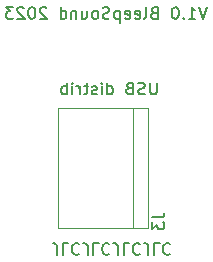
<source format=gbo>
G04 #@! TF.GenerationSoftware,KiCad,Pcbnew,7.0.7-7.0.7~ubuntu22.04.1*
G04 #@! TF.CreationDate,2023-10-15T17:29:46+01:00*
G04 #@! TF.ProjectId,USB_distri,5553425f-6469-4737-9472-692e6b696361,rev?*
G04 #@! TF.SameCoordinates,Original*
G04 #@! TF.FileFunction,Legend,Bot*
G04 #@! TF.FilePolarity,Positive*
%FSLAX46Y46*%
G04 Gerber Fmt 4.6, Leading zero omitted, Abs format (unit mm)*
G04 Created by KiCad (PCBNEW 7.0.7-7.0.7~ubuntu22.04.1) date 2023-10-15 17:29:46*
%MOMM*%
%LPD*%
G01*
G04 APERTURE LIST*
%ADD10C,0.150000*%
%ADD11C,0.120000*%
%ADD12C,3.200000*%
%ADD13R,1.500000X1.500000*%
%ADD14C,1.500000*%
%ADD15C,3.450000*%
%ADD16R,3.000000X3.000000*%
%ADD17C,3.000000*%
G04 APERTURE END LIST*
D10*
X150323809Y-66154819D02*
X150323809Y-66964342D01*
X150323809Y-66964342D02*
X150276190Y-67059580D01*
X150276190Y-67059580D02*
X150228571Y-67107200D01*
X150228571Y-67107200D02*
X150133333Y-67154819D01*
X150133333Y-67154819D02*
X149942857Y-67154819D01*
X149942857Y-67154819D02*
X149847619Y-67107200D01*
X149847619Y-67107200D02*
X149800000Y-67059580D01*
X149800000Y-67059580D02*
X149752381Y-66964342D01*
X149752381Y-66964342D02*
X149752381Y-66154819D01*
X149323809Y-67107200D02*
X149180952Y-67154819D01*
X149180952Y-67154819D02*
X148942857Y-67154819D01*
X148942857Y-67154819D02*
X148847619Y-67107200D01*
X148847619Y-67107200D02*
X148800000Y-67059580D01*
X148800000Y-67059580D02*
X148752381Y-66964342D01*
X148752381Y-66964342D02*
X148752381Y-66869104D01*
X148752381Y-66869104D02*
X148800000Y-66773866D01*
X148800000Y-66773866D02*
X148847619Y-66726247D01*
X148847619Y-66726247D02*
X148942857Y-66678628D01*
X148942857Y-66678628D02*
X149133333Y-66631009D01*
X149133333Y-66631009D02*
X149228571Y-66583390D01*
X149228571Y-66583390D02*
X149276190Y-66535771D01*
X149276190Y-66535771D02*
X149323809Y-66440533D01*
X149323809Y-66440533D02*
X149323809Y-66345295D01*
X149323809Y-66345295D02*
X149276190Y-66250057D01*
X149276190Y-66250057D02*
X149228571Y-66202438D01*
X149228571Y-66202438D02*
X149133333Y-66154819D01*
X149133333Y-66154819D02*
X148895238Y-66154819D01*
X148895238Y-66154819D02*
X148752381Y-66202438D01*
X147990476Y-66631009D02*
X147847619Y-66678628D01*
X147847619Y-66678628D02*
X147800000Y-66726247D01*
X147800000Y-66726247D02*
X147752381Y-66821485D01*
X147752381Y-66821485D02*
X147752381Y-66964342D01*
X147752381Y-66964342D02*
X147800000Y-67059580D01*
X147800000Y-67059580D02*
X147847619Y-67107200D01*
X147847619Y-67107200D02*
X147942857Y-67154819D01*
X147942857Y-67154819D02*
X148323809Y-67154819D01*
X148323809Y-67154819D02*
X148323809Y-66154819D01*
X148323809Y-66154819D02*
X147990476Y-66154819D01*
X147990476Y-66154819D02*
X147895238Y-66202438D01*
X147895238Y-66202438D02*
X147847619Y-66250057D01*
X147847619Y-66250057D02*
X147800000Y-66345295D01*
X147800000Y-66345295D02*
X147800000Y-66440533D01*
X147800000Y-66440533D02*
X147847619Y-66535771D01*
X147847619Y-66535771D02*
X147895238Y-66583390D01*
X147895238Y-66583390D02*
X147990476Y-66631009D01*
X147990476Y-66631009D02*
X148323809Y-66631009D01*
X146133333Y-67154819D02*
X146133333Y-66154819D01*
X146133333Y-67107200D02*
X146228571Y-67154819D01*
X146228571Y-67154819D02*
X146419047Y-67154819D01*
X146419047Y-67154819D02*
X146514285Y-67107200D01*
X146514285Y-67107200D02*
X146561904Y-67059580D01*
X146561904Y-67059580D02*
X146609523Y-66964342D01*
X146609523Y-66964342D02*
X146609523Y-66678628D01*
X146609523Y-66678628D02*
X146561904Y-66583390D01*
X146561904Y-66583390D02*
X146514285Y-66535771D01*
X146514285Y-66535771D02*
X146419047Y-66488152D01*
X146419047Y-66488152D02*
X146228571Y-66488152D01*
X146228571Y-66488152D02*
X146133333Y-66535771D01*
X145657142Y-67154819D02*
X145657142Y-66488152D01*
X145657142Y-66154819D02*
X145704761Y-66202438D01*
X145704761Y-66202438D02*
X145657142Y-66250057D01*
X145657142Y-66250057D02*
X145609523Y-66202438D01*
X145609523Y-66202438D02*
X145657142Y-66154819D01*
X145657142Y-66154819D02*
X145657142Y-66250057D01*
X145228571Y-67107200D02*
X145133333Y-67154819D01*
X145133333Y-67154819D02*
X144942857Y-67154819D01*
X144942857Y-67154819D02*
X144847619Y-67107200D01*
X144847619Y-67107200D02*
X144800000Y-67011961D01*
X144800000Y-67011961D02*
X144800000Y-66964342D01*
X144800000Y-66964342D02*
X144847619Y-66869104D01*
X144847619Y-66869104D02*
X144942857Y-66821485D01*
X144942857Y-66821485D02*
X145085714Y-66821485D01*
X145085714Y-66821485D02*
X145180952Y-66773866D01*
X145180952Y-66773866D02*
X145228571Y-66678628D01*
X145228571Y-66678628D02*
X145228571Y-66631009D01*
X145228571Y-66631009D02*
X145180952Y-66535771D01*
X145180952Y-66535771D02*
X145085714Y-66488152D01*
X145085714Y-66488152D02*
X144942857Y-66488152D01*
X144942857Y-66488152D02*
X144847619Y-66535771D01*
X144514285Y-66488152D02*
X144133333Y-66488152D01*
X144371428Y-66154819D02*
X144371428Y-67011961D01*
X144371428Y-67011961D02*
X144323809Y-67107200D01*
X144323809Y-67107200D02*
X144228571Y-67154819D01*
X144228571Y-67154819D02*
X144133333Y-67154819D01*
X143799999Y-67154819D02*
X143799999Y-66488152D01*
X143799999Y-66678628D02*
X143752380Y-66583390D01*
X143752380Y-66583390D02*
X143704761Y-66535771D01*
X143704761Y-66535771D02*
X143609523Y-66488152D01*
X143609523Y-66488152D02*
X143514285Y-66488152D01*
X143180951Y-67154819D02*
X143180951Y-66488152D01*
X143180951Y-66154819D02*
X143228570Y-66202438D01*
X143228570Y-66202438D02*
X143180951Y-66250057D01*
X143180951Y-66250057D02*
X143133332Y-66202438D01*
X143133332Y-66202438D02*
X143180951Y-66154819D01*
X143180951Y-66154819D02*
X143180951Y-66250057D01*
X142704761Y-67154819D02*
X142704761Y-66154819D01*
X142704761Y-66535771D02*
X142609523Y-66488152D01*
X142609523Y-66488152D02*
X142419047Y-66488152D01*
X142419047Y-66488152D02*
X142323809Y-66535771D01*
X142323809Y-66535771D02*
X142276190Y-66583390D01*
X142276190Y-66583390D02*
X142228571Y-66678628D01*
X142228571Y-66678628D02*
X142228571Y-66964342D01*
X142228571Y-66964342D02*
X142276190Y-67059580D01*
X142276190Y-67059580D02*
X142323809Y-67107200D01*
X142323809Y-67107200D02*
X142419047Y-67154819D01*
X142419047Y-67154819D02*
X142609523Y-67154819D01*
X142609523Y-67154819D02*
X142704761Y-67107200D01*
X141880951Y-80745180D02*
X141880951Y-80030895D01*
X141880951Y-80030895D02*
X141833332Y-79888038D01*
X141833332Y-79888038D02*
X141738094Y-79792800D01*
X141738094Y-79792800D02*
X141595237Y-79745180D01*
X141595237Y-79745180D02*
X141499999Y-79745180D01*
X142833332Y-79745180D02*
X142357142Y-79745180D01*
X142357142Y-79745180D02*
X142357142Y-80745180D01*
X143738094Y-79840419D02*
X143690475Y-79792800D01*
X143690475Y-79792800D02*
X143547618Y-79745180D01*
X143547618Y-79745180D02*
X143452380Y-79745180D01*
X143452380Y-79745180D02*
X143309523Y-79792800D01*
X143309523Y-79792800D02*
X143214285Y-79888038D01*
X143214285Y-79888038D02*
X143166666Y-79983276D01*
X143166666Y-79983276D02*
X143119047Y-80173752D01*
X143119047Y-80173752D02*
X143119047Y-80316609D01*
X143119047Y-80316609D02*
X143166666Y-80507085D01*
X143166666Y-80507085D02*
X143214285Y-80602323D01*
X143214285Y-80602323D02*
X143309523Y-80697561D01*
X143309523Y-80697561D02*
X143452380Y-80745180D01*
X143452380Y-80745180D02*
X143547618Y-80745180D01*
X143547618Y-80745180D02*
X143690475Y-80697561D01*
X143690475Y-80697561D02*
X143738094Y-80649942D01*
X144452380Y-80745180D02*
X144452380Y-80030895D01*
X144452380Y-80030895D02*
X144404761Y-79888038D01*
X144404761Y-79888038D02*
X144309523Y-79792800D01*
X144309523Y-79792800D02*
X144166666Y-79745180D01*
X144166666Y-79745180D02*
X144071428Y-79745180D01*
X145404761Y-79745180D02*
X144928571Y-79745180D01*
X144928571Y-79745180D02*
X144928571Y-80745180D01*
X146309523Y-79840419D02*
X146261904Y-79792800D01*
X146261904Y-79792800D02*
X146119047Y-79745180D01*
X146119047Y-79745180D02*
X146023809Y-79745180D01*
X146023809Y-79745180D02*
X145880952Y-79792800D01*
X145880952Y-79792800D02*
X145785714Y-79888038D01*
X145785714Y-79888038D02*
X145738095Y-79983276D01*
X145738095Y-79983276D02*
X145690476Y-80173752D01*
X145690476Y-80173752D02*
X145690476Y-80316609D01*
X145690476Y-80316609D02*
X145738095Y-80507085D01*
X145738095Y-80507085D02*
X145785714Y-80602323D01*
X145785714Y-80602323D02*
X145880952Y-80697561D01*
X145880952Y-80697561D02*
X146023809Y-80745180D01*
X146023809Y-80745180D02*
X146119047Y-80745180D01*
X146119047Y-80745180D02*
X146261904Y-80697561D01*
X146261904Y-80697561D02*
X146309523Y-80649942D01*
X147023809Y-80745180D02*
X147023809Y-80030895D01*
X147023809Y-80030895D02*
X146976190Y-79888038D01*
X146976190Y-79888038D02*
X146880952Y-79792800D01*
X146880952Y-79792800D02*
X146738095Y-79745180D01*
X146738095Y-79745180D02*
X146642857Y-79745180D01*
X147976190Y-79745180D02*
X147500000Y-79745180D01*
X147500000Y-79745180D02*
X147500000Y-80745180D01*
X148880952Y-79840419D02*
X148833333Y-79792800D01*
X148833333Y-79792800D02*
X148690476Y-79745180D01*
X148690476Y-79745180D02*
X148595238Y-79745180D01*
X148595238Y-79745180D02*
X148452381Y-79792800D01*
X148452381Y-79792800D02*
X148357143Y-79888038D01*
X148357143Y-79888038D02*
X148309524Y-79983276D01*
X148309524Y-79983276D02*
X148261905Y-80173752D01*
X148261905Y-80173752D02*
X148261905Y-80316609D01*
X148261905Y-80316609D02*
X148309524Y-80507085D01*
X148309524Y-80507085D02*
X148357143Y-80602323D01*
X148357143Y-80602323D02*
X148452381Y-80697561D01*
X148452381Y-80697561D02*
X148595238Y-80745180D01*
X148595238Y-80745180D02*
X148690476Y-80745180D01*
X148690476Y-80745180D02*
X148833333Y-80697561D01*
X148833333Y-80697561D02*
X148880952Y-80649942D01*
X149595238Y-80745180D02*
X149595238Y-80030895D01*
X149595238Y-80030895D02*
X149547619Y-79888038D01*
X149547619Y-79888038D02*
X149452381Y-79792800D01*
X149452381Y-79792800D02*
X149309524Y-79745180D01*
X149309524Y-79745180D02*
X149214286Y-79745180D01*
X150547619Y-79745180D02*
X150071429Y-79745180D01*
X150071429Y-79745180D02*
X150071429Y-80745180D01*
X151452381Y-79840419D02*
X151404762Y-79792800D01*
X151404762Y-79792800D02*
X151261905Y-79745180D01*
X151261905Y-79745180D02*
X151166667Y-79745180D01*
X151166667Y-79745180D02*
X151023810Y-79792800D01*
X151023810Y-79792800D02*
X150928572Y-79888038D01*
X150928572Y-79888038D02*
X150880953Y-79983276D01*
X150880953Y-79983276D02*
X150833334Y-80173752D01*
X150833334Y-80173752D02*
X150833334Y-80316609D01*
X150833334Y-80316609D02*
X150880953Y-80507085D01*
X150880953Y-80507085D02*
X150928572Y-80602323D01*
X150928572Y-80602323D02*
X151023810Y-80697561D01*
X151023810Y-80697561D02*
X151166667Y-80745180D01*
X151166667Y-80745180D02*
X151261905Y-80745180D01*
X151261905Y-80745180D02*
X151404762Y-80697561D01*
X151404762Y-80697561D02*
X151452381Y-80649942D01*
X154547619Y-59754819D02*
X154214286Y-60754819D01*
X154214286Y-60754819D02*
X153880953Y-59754819D01*
X153023810Y-60754819D02*
X153595238Y-60754819D01*
X153309524Y-60754819D02*
X153309524Y-59754819D01*
X153309524Y-59754819D02*
X153404762Y-59897676D01*
X153404762Y-59897676D02*
X153500000Y-59992914D01*
X153500000Y-59992914D02*
X153595238Y-60040533D01*
X152595238Y-60659580D02*
X152547619Y-60707200D01*
X152547619Y-60707200D02*
X152595238Y-60754819D01*
X152595238Y-60754819D02*
X152642857Y-60707200D01*
X152642857Y-60707200D02*
X152595238Y-60659580D01*
X152595238Y-60659580D02*
X152595238Y-60754819D01*
X151928572Y-59754819D02*
X151833334Y-59754819D01*
X151833334Y-59754819D02*
X151738096Y-59802438D01*
X151738096Y-59802438D02*
X151690477Y-59850057D01*
X151690477Y-59850057D02*
X151642858Y-59945295D01*
X151642858Y-59945295D02*
X151595239Y-60135771D01*
X151595239Y-60135771D02*
X151595239Y-60373866D01*
X151595239Y-60373866D02*
X151642858Y-60564342D01*
X151642858Y-60564342D02*
X151690477Y-60659580D01*
X151690477Y-60659580D02*
X151738096Y-60707200D01*
X151738096Y-60707200D02*
X151833334Y-60754819D01*
X151833334Y-60754819D02*
X151928572Y-60754819D01*
X151928572Y-60754819D02*
X152023810Y-60707200D01*
X152023810Y-60707200D02*
X152071429Y-60659580D01*
X152071429Y-60659580D02*
X152119048Y-60564342D01*
X152119048Y-60564342D02*
X152166667Y-60373866D01*
X152166667Y-60373866D02*
X152166667Y-60135771D01*
X152166667Y-60135771D02*
X152119048Y-59945295D01*
X152119048Y-59945295D02*
X152071429Y-59850057D01*
X152071429Y-59850057D02*
X152023810Y-59802438D01*
X152023810Y-59802438D02*
X151928572Y-59754819D01*
X150071429Y-60231009D02*
X149928572Y-60278628D01*
X149928572Y-60278628D02*
X149880953Y-60326247D01*
X149880953Y-60326247D02*
X149833334Y-60421485D01*
X149833334Y-60421485D02*
X149833334Y-60564342D01*
X149833334Y-60564342D02*
X149880953Y-60659580D01*
X149880953Y-60659580D02*
X149928572Y-60707200D01*
X149928572Y-60707200D02*
X150023810Y-60754819D01*
X150023810Y-60754819D02*
X150404762Y-60754819D01*
X150404762Y-60754819D02*
X150404762Y-59754819D01*
X150404762Y-59754819D02*
X150071429Y-59754819D01*
X150071429Y-59754819D02*
X149976191Y-59802438D01*
X149976191Y-59802438D02*
X149928572Y-59850057D01*
X149928572Y-59850057D02*
X149880953Y-59945295D01*
X149880953Y-59945295D02*
X149880953Y-60040533D01*
X149880953Y-60040533D02*
X149928572Y-60135771D01*
X149928572Y-60135771D02*
X149976191Y-60183390D01*
X149976191Y-60183390D02*
X150071429Y-60231009D01*
X150071429Y-60231009D02*
X150404762Y-60231009D01*
X149261905Y-60754819D02*
X149357143Y-60707200D01*
X149357143Y-60707200D02*
X149404762Y-60611961D01*
X149404762Y-60611961D02*
X149404762Y-59754819D01*
X148500000Y-60707200D02*
X148595238Y-60754819D01*
X148595238Y-60754819D02*
X148785714Y-60754819D01*
X148785714Y-60754819D02*
X148880952Y-60707200D01*
X148880952Y-60707200D02*
X148928571Y-60611961D01*
X148928571Y-60611961D02*
X148928571Y-60231009D01*
X148928571Y-60231009D02*
X148880952Y-60135771D01*
X148880952Y-60135771D02*
X148785714Y-60088152D01*
X148785714Y-60088152D02*
X148595238Y-60088152D01*
X148595238Y-60088152D02*
X148500000Y-60135771D01*
X148500000Y-60135771D02*
X148452381Y-60231009D01*
X148452381Y-60231009D02*
X148452381Y-60326247D01*
X148452381Y-60326247D02*
X148928571Y-60421485D01*
X147642857Y-60707200D02*
X147738095Y-60754819D01*
X147738095Y-60754819D02*
X147928571Y-60754819D01*
X147928571Y-60754819D02*
X148023809Y-60707200D01*
X148023809Y-60707200D02*
X148071428Y-60611961D01*
X148071428Y-60611961D02*
X148071428Y-60231009D01*
X148071428Y-60231009D02*
X148023809Y-60135771D01*
X148023809Y-60135771D02*
X147928571Y-60088152D01*
X147928571Y-60088152D02*
X147738095Y-60088152D01*
X147738095Y-60088152D02*
X147642857Y-60135771D01*
X147642857Y-60135771D02*
X147595238Y-60231009D01*
X147595238Y-60231009D02*
X147595238Y-60326247D01*
X147595238Y-60326247D02*
X148071428Y-60421485D01*
X147166666Y-60088152D02*
X147166666Y-61088152D01*
X147166666Y-60135771D02*
X147071428Y-60088152D01*
X147071428Y-60088152D02*
X146880952Y-60088152D01*
X146880952Y-60088152D02*
X146785714Y-60135771D01*
X146785714Y-60135771D02*
X146738095Y-60183390D01*
X146738095Y-60183390D02*
X146690476Y-60278628D01*
X146690476Y-60278628D02*
X146690476Y-60564342D01*
X146690476Y-60564342D02*
X146738095Y-60659580D01*
X146738095Y-60659580D02*
X146785714Y-60707200D01*
X146785714Y-60707200D02*
X146880952Y-60754819D01*
X146880952Y-60754819D02*
X147071428Y-60754819D01*
X147071428Y-60754819D02*
X147166666Y-60707200D01*
X146309523Y-60707200D02*
X146166666Y-60754819D01*
X146166666Y-60754819D02*
X145928571Y-60754819D01*
X145928571Y-60754819D02*
X145833333Y-60707200D01*
X145833333Y-60707200D02*
X145785714Y-60659580D01*
X145785714Y-60659580D02*
X145738095Y-60564342D01*
X145738095Y-60564342D02*
X145738095Y-60469104D01*
X145738095Y-60469104D02*
X145785714Y-60373866D01*
X145785714Y-60373866D02*
X145833333Y-60326247D01*
X145833333Y-60326247D02*
X145928571Y-60278628D01*
X145928571Y-60278628D02*
X146119047Y-60231009D01*
X146119047Y-60231009D02*
X146214285Y-60183390D01*
X146214285Y-60183390D02*
X146261904Y-60135771D01*
X146261904Y-60135771D02*
X146309523Y-60040533D01*
X146309523Y-60040533D02*
X146309523Y-59945295D01*
X146309523Y-59945295D02*
X146261904Y-59850057D01*
X146261904Y-59850057D02*
X146214285Y-59802438D01*
X146214285Y-59802438D02*
X146119047Y-59754819D01*
X146119047Y-59754819D02*
X145880952Y-59754819D01*
X145880952Y-59754819D02*
X145738095Y-59802438D01*
X145166666Y-60754819D02*
X145261904Y-60707200D01*
X145261904Y-60707200D02*
X145309523Y-60659580D01*
X145309523Y-60659580D02*
X145357142Y-60564342D01*
X145357142Y-60564342D02*
X145357142Y-60278628D01*
X145357142Y-60278628D02*
X145309523Y-60183390D01*
X145309523Y-60183390D02*
X145261904Y-60135771D01*
X145261904Y-60135771D02*
X145166666Y-60088152D01*
X145166666Y-60088152D02*
X145023809Y-60088152D01*
X145023809Y-60088152D02*
X144928571Y-60135771D01*
X144928571Y-60135771D02*
X144880952Y-60183390D01*
X144880952Y-60183390D02*
X144833333Y-60278628D01*
X144833333Y-60278628D02*
X144833333Y-60564342D01*
X144833333Y-60564342D02*
X144880952Y-60659580D01*
X144880952Y-60659580D02*
X144928571Y-60707200D01*
X144928571Y-60707200D02*
X145023809Y-60754819D01*
X145023809Y-60754819D02*
X145166666Y-60754819D01*
X143976190Y-60088152D02*
X143976190Y-60754819D01*
X144404761Y-60088152D02*
X144404761Y-60611961D01*
X144404761Y-60611961D02*
X144357142Y-60707200D01*
X144357142Y-60707200D02*
X144261904Y-60754819D01*
X144261904Y-60754819D02*
X144119047Y-60754819D01*
X144119047Y-60754819D02*
X144023809Y-60707200D01*
X144023809Y-60707200D02*
X143976190Y-60659580D01*
X143499999Y-60088152D02*
X143499999Y-60754819D01*
X143499999Y-60183390D02*
X143452380Y-60135771D01*
X143452380Y-60135771D02*
X143357142Y-60088152D01*
X143357142Y-60088152D02*
X143214285Y-60088152D01*
X143214285Y-60088152D02*
X143119047Y-60135771D01*
X143119047Y-60135771D02*
X143071428Y-60231009D01*
X143071428Y-60231009D02*
X143071428Y-60754819D01*
X142166666Y-60754819D02*
X142166666Y-59754819D01*
X142166666Y-60707200D02*
X142261904Y-60754819D01*
X142261904Y-60754819D02*
X142452380Y-60754819D01*
X142452380Y-60754819D02*
X142547618Y-60707200D01*
X142547618Y-60707200D02*
X142595237Y-60659580D01*
X142595237Y-60659580D02*
X142642856Y-60564342D01*
X142642856Y-60564342D02*
X142642856Y-60278628D01*
X142642856Y-60278628D02*
X142595237Y-60183390D01*
X142595237Y-60183390D02*
X142547618Y-60135771D01*
X142547618Y-60135771D02*
X142452380Y-60088152D01*
X142452380Y-60088152D02*
X142261904Y-60088152D01*
X142261904Y-60088152D02*
X142166666Y-60135771D01*
X140976189Y-59850057D02*
X140928570Y-59802438D01*
X140928570Y-59802438D02*
X140833332Y-59754819D01*
X140833332Y-59754819D02*
X140595237Y-59754819D01*
X140595237Y-59754819D02*
X140499999Y-59802438D01*
X140499999Y-59802438D02*
X140452380Y-59850057D01*
X140452380Y-59850057D02*
X140404761Y-59945295D01*
X140404761Y-59945295D02*
X140404761Y-60040533D01*
X140404761Y-60040533D02*
X140452380Y-60183390D01*
X140452380Y-60183390D02*
X141023808Y-60754819D01*
X141023808Y-60754819D02*
X140404761Y-60754819D01*
X139785713Y-59754819D02*
X139690475Y-59754819D01*
X139690475Y-59754819D02*
X139595237Y-59802438D01*
X139595237Y-59802438D02*
X139547618Y-59850057D01*
X139547618Y-59850057D02*
X139499999Y-59945295D01*
X139499999Y-59945295D02*
X139452380Y-60135771D01*
X139452380Y-60135771D02*
X139452380Y-60373866D01*
X139452380Y-60373866D02*
X139499999Y-60564342D01*
X139499999Y-60564342D02*
X139547618Y-60659580D01*
X139547618Y-60659580D02*
X139595237Y-60707200D01*
X139595237Y-60707200D02*
X139690475Y-60754819D01*
X139690475Y-60754819D02*
X139785713Y-60754819D01*
X139785713Y-60754819D02*
X139880951Y-60707200D01*
X139880951Y-60707200D02*
X139928570Y-60659580D01*
X139928570Y-60659580D02*
X139976189Y-60564342D01*
X139976189Y-60564342D02*
X140023808Y-60373866D01*
X140023808Y-60373866D02*
X140023808Y-60135771D01*
X140023808Y-60135771D02*
X139976189Y-59945295D01*
X139976189Y-59945295D02*
X139928570Y-59850057D01*
X139928570Y-59850057D02*
X139880951Y-59802438D01*
X139880951Y-59802438D02*
X139785713Y-59754819D01*
X139071427Y-59850057D02*
X139023808Y-59802438D01*
X139023808Y-59802438D02*
X138928570Y-59754819D01*
X138928570Y-59754819D02*
X138690475Y-59754819D01*
X138690475Y-59754819D02*
X138595237Y-59802438D01*
X138595237Y-59802438D02*
X138547618Y-59850057D01*
X138547618Y-59850057D02*
X138499999Y-59945295D01*
X138499999Y-59945295D02*
X138499999Y-60040533D01*
X138499999Y-60040533D02*
X138547618Y-60183390D01*
X138547618Y-60183390D02*
X139119046Y-60754819D01*
X139119046Y-60754819D02*
X138499999Y-60754819D01*
X138166665Y-59754819D02*
X137547618Y-59754819D01*
X137547618Y-59754819D02*
X137880951Y-60135771D01*
X137880951Y-60135771D02*
X137738094Y-60135771D01*
X137738094Y-60135771D02*
X137642856Y-60183390D01*
X137642856Y-60183390D02*
X137595237Y-60231009D01*
X137595237Y-60231009D02*
X137547618Y-60326247D01*
X137547618Y-60326247D02*
X137547618Y-60564342D01*
X137547618Y-60564342D02*
X137595237Y-60659580D01*
X137595237Y-60659580D02*
X137642856Y-60707200D01*
X137642856Y-60707200D02*
X137738094Y-60754819D01*
X137738094Y-60754819D02*
X138023808Y-60754819D01*
X138023808Y-60754819D02*
X138119046Y-60707200D01*
X138119046Y-60707200D02*
X138166665Y-60659580D01*
X149954819Y-77566666D02*
X150669104Y-77566666D01*
X150669104Y-77566666D02*
X150811961Y-77519047D01*
X150811961Y-77519047D02*
X150907200Y-77423809D01*
X150907200Y-77423809D02*
X150954819Y-77280952D01*
X150954819Y-77280952D02*
X150954819Y-77185714D01*
X149954819Y-77947619D02*
X149954819Y-78566666D01*
X149954819Y-78566666D02*
X150335771Y-78233333D01*
X150335771Y-78233333D02*
X150335771Y-78376190D01*
X150335771Y-78376190D02*
X150383390Y-78471428D01*
X150383390Y-78471428D02*
X150431009Y-78519047D01*
X150431009Y-78519047D02*
X150526247Y-78566666D01*
X150526247Y-78566666D02*
X150764342Y-78566666D01*
X150764342Y-78566666D02*
X150859580Y-78519047D01*
X150859580Y-78519047D02*
X150907200Y-78471428D01*
X150907200Y-78471428D02*
X150954819Y-78376190D01*
X150954819Y-78376190D02*
X150954819Y-78090476D01*
X150954819Y-78090476D02*
X150907200Y-77995238D01*
X150907200Y-77995238D02*
X150859580Y-77947619D01*
D11*
X149610000Y-68320000D02*
X149610000Y-78480000D01*
X141990000Y-68320000D02*
X149610000Y-68320000D01*
X149610000Y-78480000D02*
X141990000Y-78480000D01*
X148340000Y-78480000D02*
X148340000Y-68320000D01*
X141990000Y-78480000D02*
X141990000Y-68320000D01*
%LPC*%
D12*
X153400000Y-73400000D03*
X138550000Y-73400000D03*
D13*
X142550000Y-62400000D03*
D14*
X145050000Y-62400000D03*
X147050000Y-62400000D03*
X149550000Y-62400000D03*
D15*
X139480000Y-65100000D03*
X152620000Y-65100000D03*
D13*
X142550000Y-82400000D03*
D14*
X145050000Y-82400000D03*
X147050000Y-82400000D03*
X149550000Y-82400000D03*
D15*
X139480000Y-85100000D03*
X152620000Y-85100000D03*
D16*
X145800000Y-70860000D03*
D17*
X145800000Y-75940000D03*
%LPD*%
M02*

</source>
